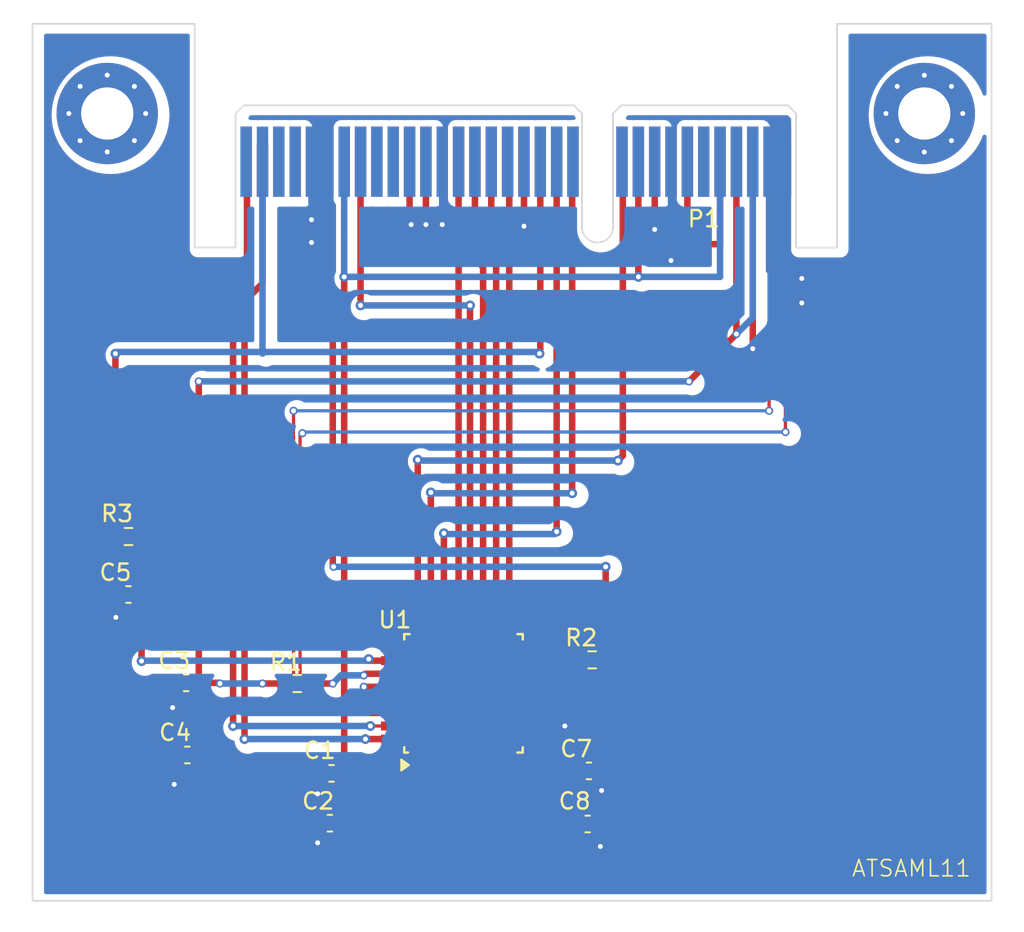
<source format=kicad_pcb>
(kicad_pcb (version 20240108) (generator "pcbnew") (generator_version "8.0")
  (layers (0 "F.Cu" signal) (31 "B.Cu" signal) (34 "B.Paste" user) (35 "F.Paste" user) (36 "B.SilkS" user "B.Silkscreen") (37 "F.SilkS" user "F.Silkscreen") (38 "B.Mask" user) (39 "F.Mask" user) (44 "Edge.Cuts" user))
  (net 0 "")
  (net 1 "GND")
  (net 2 "+3V3")
  (net 3 "/SHUNTH")
  (net 4 "Net-(U1-~{RESET})")
  (net 5 "/VDDCORE")
  (net 6 "Net-(P1-CLKOUT)")
  (net 7 "/XIN")
  (net 8 "/RST")
  (net 11 "/SWCLK")
  (net 12 "/GPIO4")
  (net 14 "/RX")
  (net 15 "/TX")
  (net 18 "/SWDIO")
  (net 21 "/GPIO3")
  (net 22 "/LED3")
  (net 27 "/LED1")
  (net 32 "/ENTRY")
  (net 33 "/LED2")
  (net 37 "+1V2")
  (footprint "Resistor_SMD:R_0603_1608Metric" (layer "F.Cu") (at 162.355 86.045 180)
    (property "Reference" "R1" (at 0.7 1.3 0) (layer "F.SilkS"))
    (property "Value" "22R_0603")
    (fp_line (start -0.237258 0.5225) (end 0.237258 0.5225) (stroke (width 0.12)) (layer "F.SilkS"))
    (fp_line (start -0.237258 -0.5225) (end 0.237258 -0.5225) (stroke (width 0.12)) (layer "F.SilkS"))
    (pad "1" smd roundrect (at -0.825 0 180) (size 0.8 0.95) (layers "F.Cu" "F.Paste" "F.Mask") (net 5 "/VDDCORE"))
    (pad "2" smd roundrect (at 0.825 0 180) (size 0.8 0.95) (layers "F.Cu" "F.Paste" "F.Mask") (net 3 "/SHUNTH"))
  )
  (footprint "Capacitor_SMD:C_0603_1608Metric" (layer "F.Cu") (at 155.63 90.42 180)
    (property "Reference" "C4" (at 0.75 1.375 360) (layer "F.SilkS"))
    (property "Value" "CAP_2u2_16V_0603")
    (fp_line (start -0.14058 0.51) (end 0.14058 0.51) (stroke (width 0.12)) (layer "F.SilkS"))
    (fp_line (start -0.14058 -0.51) (end 0.14058 -0.51) (stroke (width 0.12)) (layer "F.SilkS"))
    (pad "1" smd roundrect (at -0.775 0 180) (size 0.9 0.95) (layers "F.Cu" "F.Paste" "F.Mask") (net 3 "/SHUNTH"))
    (pad "2" smd roundrect (at 0.775 0 180) (size 0.9 0.95) (layers "F.Cu" "F.Paste" "F.Mask") (net 1 "GND"))
  )
  (footprint "Capacitor_SMD:C_0603_1608Metric" (layer "F.Cu") (at 164.455 91.545 180)
    (property "Reference" "C1" (at 0.725 1.4 0) (layer "F.SilkS"))
    (property "Value" "CAP_100n_50V_0603")
    (fp_line (start -0.14058 0.51) (end 0.14058 0.51) (stroke (width 0.12)) (layer "F.SilkS"))
    (fp_line (start -0.14058 -0.51) (end 0.14058 -0.51) (stroke (width 0.12)) (layer "F.SilkS"))
    (pad "1" smd roundrect (at -0.775 0 180) (size 0.9 0.95) (layers "F.Cu" "F.Paste" "F.Mask") (net 2 "+3V3"))
    (pad "2" smd roundrect (at 0.775 0 180) (size 0.9 0.95) (layers "F.Cu" "F.Paste" "F.Mask") (net 1 "GND"))
  )
  (footprint "Resistor_SMD:R_0603_1608Metric" (layer "F.Cu") (at 180.405 84.595 180)
    (property "Reference" "R2" (at 0.675 1.35 0) (layer "F.SilkS"))
    (property "Value" "22R_0603")
    (fp_line (start -0.237258 0.5225) (end 0.237258 0.5225) (stroke (width 0.12)) (layer "F.SilkS"))
    (fp_line (start -0.237258 -0.5225) (end 0.237258 -0.5225) (stroke (width 0.12)) (layer "F.SilkS"))
    (pad "1" smd roundrect (at -0.825 0 180) (size 0.8 0.95) (layers "F.Cu" "F.Paste" "F.Mask") (net 6 "Net-(P1-CLKOUT)"))
    (pad "2" smd roundrect (at 0.825 0 180) (size 0.8 0.95) (layers "F.Cu" "F.Paste" "F.Mask") (net 7 "/XIN"))
  )
  (footprint "Capacitor_SMD:C_0603_1608Metric" (layer "F.Cu") (at 180.13 94.645)
    (property "Reference" "C8" (at -0.8 -1.4 0) (layer "F.SilkS"))
    (property "Value" "CAP_2u2_16V_0603")
    (fp_line (start -0.14058 -0.51) (end 0.14058 -0.51) (stroke (width 0.12)) (layer "F.SilkS"))
    (fp_line (start -0.14058 0.51) (end 0.14058 0.51) (stroke (width 0.12)) (layer "F.SilkS"))
    (pad "1" smd roundrect (at -0.775 0) (size 0.9 0.95) (layers "F.Cu" "F.Paste" "F.Mask") (net 2 "+3V3"))
    (pad "2" smd roundrect (at 0.775 0) (size 0.9 0.95) (layers "F.Cu" "F.Paste" "F.Mask") (net 1 "GND"))
  )
  (footprint "Capacitor_SMD:C_0603_1608Metric" (layer "F.Cu") (at 152.03 80.595 180)
    (property "Reference" "C5" (at 0.8 1.35 0) (layer "F.SilkS"))
    (property "Value" "CAP_100n_50V_0603")
    (fp_line (start -0.14058 0.51) (end 0.14058 0.51) (stroke (width 0.12)) (layer "F.SilkS"))
    (fp_line (start -0.14058 -0.51) (end 0.14058 -0.51) (stroke (width 0.12)) (layer "F.SilkS"))
    (pad "1" smd roundrect (at -0.775 0 180) (size 0.9 0.95) (layers "F.Cu" "F.Paste" "F.Mask") (net 4 "Net-(U1-~{RESET})"))
    (pad "2" smd roundrect (at 0.775 0 180) (size 0.9 0.95) (layers "F.Cu" "F.Paste" "F.Mask") (net 1 "GND"))
  )
  (footprint "Capacitor_SMD:C_0603_1608Metric" (layer "F.Cu") (at 155.555 86 180)
    (property "Reference" "C3" (at 0.725 1.355 360) (layer "F.SilkS"))
    (property "Value" "CAP_100n_50V_0603")
    (fp_line (start -0.14058 0.51) (end 0.14058 0.51) (stroke (width 0.12)) (layer "F.SilkS"))
    (fp_line (start -0.14058 -0.51) (end 0.14058 -0.51) (stroke (width 0.12)) (layer "F.SilkS"))
    (pad "1" smd roundrect (at -0.775 0 180) (size 0.9 0.95) (layers "F.Cu" "F.Paste" "F.Mask") (net 3 "/SHUNTH"))
    (pad "2" smd roundrect (at 0.775 0 180) (size 0.9 0.95) (layers "F.Cu" "F.Paste" "F.Mask") (net 1 "GND"))
  )
  (footprint "tutorial_2_library:CW312_Template" (layer "F.Cu") (at 150.73 51.145)
    (property "Reference" "P1" (at 36.5 6.45 180) (layer "F.SilkS"))
    (property "Value" "PCIEx4 EDGE CONNECTOR")
    (fp_line (start -4.57 -5.49) (end -4.57 48.2) (stroke (width 0.1)) (layer "Edge.Cuts"))
    (fp_line (start 5.35 -5.49) (end -4.57 -5.49) (stroke (width 0.1)) (layer "Edge.Cuts"))
    (fp_line (start 5.35 8.2) (end 5.35 -5.49) (stroke (width 0.1)) (layer "Edge.Cuts"))
    (fp_line (start 7.85 0) (end 8.35 -0.5) (stroke (width 0.1)) (layer "Edge.Cuts"))
    (fp_line (start 7.85 8.2) (end 5.35 8.2) (stroke (width 0.1)) (layer "Edge.Cuts"))
    (fp_line (start 7.85 8.2) (end 7.85 0) (stroke (width 0.1)) (layer "Edge.Cuts"))
    (fp_line (start 28.55 -0.5) (end 8.35 -0.5) (stroke (width 0.1)) (layer "Edge.Cuts"))
    (fp_line (start 29.05 0) (end 28.55 -0.5) (stroke (width 0.1)) (layer "Edge.Cuts"))
    (fp_line (start 29.05 6.95) (end 29.05 0) (stroke (width 0.1)) (layer "Edge.Cuts"))
    (fp_line (start 30.95 0) (end 31.45 -0.5) (stroke (width 0.1)) (layer "Edge.Cuts"))
    (fp_line (start 30.95 6.95) (end 30.95 0) (stroke (width 0.1)) (layer "Edge.Cuts"))
    (fp_line (start 41.65 -0.5) (end 31.45 -0.5) (stroke (width 0.1)) (layer "Edge.Cuts"))
    (fp_line (start 42.15 0) (end 41.65 -0.5) (stroke (width 0.1)) (layer "Edge.Cuts"))
    (fp_line (start 42.15 8.21) (end 42.15 0) (stroke (width 0.1)) (layer "Edge.Cuts"))
    (fp_line (start 42.15 8.21) (end 44.66 8.21) (stroke (width 0.1)) (layer "Edge.Cuts"))
    (fp_line (start 44.66 -5.49) (end 54.11 -5.49) (stroke (width 0.1)) (layer "Edge.Cuts"))
    (fp_line (start 44.66 8.21) (end 44.66 -5.49) (stroke (width 0.1)) (layer "Edge.Cuts"))
    (fp_line (start 54.11 -5.49) (end 54.11 48.2) (stroke (width 0.1)) (layer "Edge.Cuts"))
    (fp_line (start 54.11 48.2) (end -4.57 48.2) (stroke (width 0.1)) (layer "Edge.Cuts"))
    (fp_arc (start 30.95 6.95) (mid 30 7.9) (end 29.05 6.95) (stroke (width 0.1)) (layer "Edge.Cuts"))
    (pad "A1" connect rect (at 41.5 3.5 180) (size 0.7 3.2) (layers "B.Cu" "B.Mask") (net 1 "GND"))
    (pad "A2" connect rect (at 40.5 2.95 180) (size 0.7 4.3) (layers "B.Cu" "B.Mask") (net 1 "GND"))
    (pad "A3" connect rect (at 39.5 2.95 180) (size 0.7 4.3) (layers "B.Cu" "B.Mask") (net 3 "/SHUNTH"))
    (pad "A4" connect rect (at 38.5 2.95 180) (size 0.7 4.3) (layers "B.Cu" "B.Mask"))
    (pad "A5" connect rect (at 37.5 2.95 180) (size 0.7 4.3) (layers "B.Cu" "B.Mask") (net 2 "+3V3"))
    (pad "A6" connect rect (at 36.5 2.95 180) (size 0.7 4.3) (layers "B.Cu" "B.Mask"))
    (pad "A7" connect rect (at 35.5 2.95 180) (size 0.7 4.3) (layers "B.Cu" "B.Mask"))
    (pad "A8" connect rect (at 34.5 2.95 180) (size 0.7 4.3) (layers "B.Cu" "B.Mask") (net 1 "GND"))
    (pad "A9" connect rect (at 33.5 2.95 180) (size 0.7 4.3) (layers "B.Cu" "B.Mask"))
    (pad "A10" connect rect (at 32.5 2.95 180) (size 0.7 4.3) (layers "B.Cu" "B.Mask"))
    (pad "A11" connect rect (at 31.5 2.95 180) (size 0.7 4.3) (layers "B.Cu" "B.Mask"))
    (pad "A12" connect rect (at 28.5 2.95 180) (size 0.7 4.3) (layers "B.Cu" "B.Mask"))
    (pad "A13" connect rect (at 27.5 2.95 180) (size 0.7 4.3) (layers "B.Cu" "B.Mask"))
    (pad "A14" connect rect (at 26.5 2.95 180) (size 0.7 4.3) (layers "B.Cu" "B.Mask"))
    (pad "A15" connect rect (at 25.5 2.95 180) (size 0.7 4.3) (layers "B.Cu" "B.Mask"))
    (pad "A16" connect rect (at 24.5 2.95 180) (size 0.7 4.3) (layers "B.Cu" "B.Mask"))
    (pad "A17" connect rect (at 23.5 2.95 180) (size 0.7 4.3) (layers "B.Cu" "B.Mask"))
    (pad "A18" connect rect (at 22.5 2.95 180) (size 0.7 4.3) (layers "B.Cu" "B.Mask"))
    (pad "A19" connect rect (at 21.5 2.95 180) (size 0.7 4.3) (layers "B.Cu" "B.Mask"))
    (pad "A20" connect rect (at 20.5 2.95 180) (size 0.7 4.3) (layers "B.Cu" "B.Mask") (net 1 "GND"))
    (pad "A21" connect rect (at 19.5 2.95 180) (size 0.7 4.3) (layers "B.Cu" "B.Mask"))
    (pad "A22" connect rect (at 18.5 2.95 180) (size 0.7 4.3) (layers "B.Cu" "B.Mask"))
    (pad "A23" connect rect (at 17.5 2.95 180) (size 0.7 4.3) (layers "B.Cu" "B.Mask"))
    (pad "A24" connect rect (at 16.5 2.95 180) (size 0.7 4.3) (layers "B.Cu" "B.Mask"))
    (pad "A25" connect rect (at 15.5 2.95 180) (size 0.7 4.3) (layers "B.Cu" "B.Mask"))
    (pad "A26" connect rect (at 14.5 2.95 180) (size 0.7 4.3) (layers "B.Cu" "B.Mask") (net 2 "+3V3"))
    (pad "A27" connect rect (at 13.5 2.95 180) (size 0.7 4.3) (layers "B.Cu" "B.Mask") (net 1 "GND"))
    (pad "A28" connect rect (at 12.5 2.95 180) (size 0.7 4.3) (layers "B.Cu" "B.Mask") (net 1 "GND"))
    (pad "A29" connect rect (at 11.5 2.95 180) (size 0.7 4.3) (layers "B.Cu" "B.Mask"))
    (pad "A30" connect rect (at 10.5 2.95 180) (size 0.7 4.3) (layers "B.Cu" "B.Mask"))
    (pad "A31" connect rect (at 9.5 2.95 180) (size 0.7 4.3) (layers "B.Cu" "B.Mask") (net 8 "/RST"))
    (pad "A32" connect rect (at 8.5 2.95 180) (size 0.7 4.3) (layers "B.Cu" "B.Mask"))
    (pad "B1" connect rect (at 41.5 2.95 180) (size 0.7 4.3) (layers "F.Cu" "F.Mask") (net 5 "/VDDCORE"))
    (pad "B2" connect rect (at 40.5 2.95 180) (size 0.7 4.3) (layers "F.Cu" "F.Mask") (net 3 "/SHUNTH"))
    (pad "B3" connect rect (at 39.5 2.95 180) (size 0.7 4.3) (layers "F.Cu" "F.Mask") (net 1 "GND"))
    (pad "B4" connect rect (at 38.5 2.95 180) (size 0.7 4.3) (layers "F.Cu" "F.Mask") (net 3 "/SHUNTH"))
    (pad "B5" connect rect (at 37.5 2.95 180) (size 0.7 4.3) (layers "F.Cu" "F.Mask") (net 37 "+1V2"))
    (pad "B6" connect rect (at 36.5 2.95 180) (size 0.7 4.3) (layers "F.Cu" "F.Mask"))
    (pad "B7" connect rect (at 35.5 2.95 180) (size 0.7 4.3) (layers "F.Cu" "F.Mask") (net 37 "+1V2"))
    (pad "B8" connect rect (at 34.5 2.95 180) (size 0.7 4.3) (layers "F.Cu" "F.Mask"))
    (pad "B9" connect rect (at 33.5 2.95 180) (size 0.7 4.3) (layers "F.Cu" "F.Mask") (net 1 "GND"))
    (pad "B10" connect rect (at 32.5 2.95 180) (size 0.7 4.3) (layers "F.Cu" "F.Mask") (net 2 "+3V3"))
    (pad "B11" connect rect (at 31.5 2.95 180) (size 0.7 4.3) (layers "F.Cu" "F.Mask") (net 27 "/LED1"))
    (pad "B12" connect rect (at 28.5 2.95 180) (size 0.7 4.3) (layers "F.Cu" "F.Mask") (net 33 "/LED2"))
    (pad "B13" connect rect (at 27.5 2.95 180) (size 0.7 4.3) (layers "F.Cu" "F.Mask") (net 22 "/LED3"))
    (pad "B14" connect rect (at 26.5 2.95 180) (size 0.7 4.3) (layers "F.Cu" "F.Mask") (net 8 "/RST"))
    (pad "B15" connect rect (at 25.5 2.95 180) (size 0.7 4.3) (layers "F.Cu" "F.Mask") (net 1 "GND"))
    (pad "B16" connect rect (at 24.5 2.95 180) (size 0.7 4.3) (layers "F.Cu" "F.Mask") (net 15 "/TX"))
    (pad "B17" connect rect (at 23.5 2.95 180) (size 0.7 4.3) (layers "F.Cu" "F.Mask") (net 14 "/RX"))
    (pad "B18" connect rect (at 22.5 2.95 180) (size 0.7 4.3) (layers "F.Cu" "F.Mask") (net 21 "/GPIO3"))
    (pad "B19" connect rect (at 21.5 2.95 180) (size 0.7 4.3) (layers "F.Cu" "F.Mask") (net 12 "/GPIO4"))
    (pad "B20" connect rect (at 20.5 2.95 180) (size 0.7 4.3) (layers "F.Cu" "F.Mask"))
    (pad "B21" connect rect (at 19.5 2.95 180) (size 0.7 4.3) (layers "F.Cu" "F.Mask") (net 1 "GND"))
    (pad "B22" connect rect (at 18.5 2.95 180) (size 0.7 4.3) (layers "F.Cu" "F.Mask") (net 1 "GND"))
    (pad "B23" connect rect (at 17.5 2.95 180) (size 0.7 4.3) (layers "F.Cu" "F.Mask"))
    (pad "B24" connect rect (at 16.5 2.95 180) (size 0.7 4.3) (layers "F.Cu" "F.Mask"))
    (pad "B25" connect rect (at 15.5 2.95 180) (size 0.7 4.3) (layers "F.Cu" "F.Mask") (net 32 "/ENTRY"))
    (pad "B26" connect rect (at 14.5 2.95 180) (size 0.7 4.3) (layers "F.Cu" "F.Mask"))
    (pad "B27" connect rect (at 13.5 2.95 180) (size 0.7 4.3) (layers "F.Cu" "F.Mask") (net 6 "Net-(P1-CLKOUT)"))
    (pad "B28" connect rect (at 12.5 2.95 180) (size 0.7 4.3) (layers "F.Cu" "F.Mask"))
    (pad "B29" connect rect (at 11.5 2.95 180) (size 0.7 4.3) (layers "F.Cu" "F.Mask"))
    (pad "B30" connect rect (at 10.5 2.95 180) (size 0.7 4.3) (layers "F.Cu" "F.Mask"))
    (pad "B31" connect rect (at 9.5 3.5 180) (size 0.7 3.2) (layers "F.Cu" "F.Mask") (net 18 "/SWDIO"))
    (pad "B32" connect rect (at 8.5 2.95 180) (size 0.7 4.3) (layers "F.Cu" "F.Mask") (net 11 "/SWCLK"))
    (pad "MH" thru_hole circle (at -2.35 0) (size 1 1) (drill 0.3) (layers "*.Cu" "*.Mask"))
    (pad "MH" thru_hole circle (at -1.66 -1.66) (size 1 1) (drill 0.3) (layers "*.Cu" "*.Mask"))
    (pad "MH" thru_hole circle (at -1.66 1.66) (size 1 1) (drill 0.3) (layers "*.Cu" "*.Mask"))
    (pad "MH" thru_hole circle (at 0 -2.35) (size 1 1) (drill 0.3) (layers "*.Cu" "*.Mask"))
    (pad "MH" thru_hole circle (at 0 0) (size 6.2 6.2) (drill 3.2) (layers "*.Cu" "*.Mask"))
    (pad "MH" thru_hole circle (at 0 2.35) (size 1 1) (drill 0.3) (layers "*.Cu" "*.Mask"))
    (pad "MH" thru_hole circle (at 1.66 -1.66) (size 1 1) (drill 0.3) (layers "*.Cu" "*.Mask"))
    (pad "MH" thru_hole circle (at 1.66 1.66) (size 1 1) (drill 0.3) (layers "*.Cu" "*.Mask"))
    (pad "MH" thru_hole circle (at 2.35 0) (size 1 1) (drill 0.3) (layers "*.Cu" "*.Mask"))
    (pad "MH" thru_hole circle (at 47.65 0) (size 1 1) (drill 0.3) (layers "*.Cu" "*.Mask" "Eco2.User"))
    (pad "MH" thru_hole circle (at 48.34 -1.66) (size 1 1) (drill 0.3) (layers "*.Cu" "*.Mask"))
    (pad "MH" thru_hole circle (at 48.34 1.66) (size 1 1) (drill 0.3) (layers "*.Cu" "*.Mask"))
    (pad "MH" thru_hole circle (at 50 -2.34) (size 1 1) (drill 0.3) (layers "*.Cu" "*.Mask"))
    (pad "MH" thru_hole circle (at 50 0) (size 6.2 6.2) (drill 3.2) (layers "*.Cu" "*.Mask"))
    (pad "MH" thru_hole circle (at 50 2.36) (size 1 1) (drill 0.3) (layers "*.Cu" "*.Mask"))
    (pad "MH" thru_hole circle (at 51.66 -1.66) (size 1 1) (drill 0.3) (layers "*.Cu" "*.Mask"))
    (pad "MH" thru_hole circle (at 51.66 1.66) (size 1 1) (drill 0.3) (layers "*.Cu" "*.Mask"))
    (pad "MH" thru_hole circle (at 52.35 0) (size 1 1) (drill 0.3) (layers "*.Cu" "*.Mask"))
  )
  (footprint "Capacitor_SMD:C_0603_1608Metric" (layer "F.Cu") (at 164.355 94.595 180)
    (property "Reference" "C2" (at 0.725 1.35 0) (layer "F.SilkS"))
    (property "Value" "CAP_2u2_16V_0603")
    (fp_line (start -0.14058 0.51) (end 0.14058 0.51) (stroke (width 0.12)) (layer "F.SilkS"))
    (fp_line (start -0.14058 -0.51) (end 0.14058 -0.51) (stroke (width 0.12)) (layer "F.SilkS"))
    (pad "1" smd roundrect (at -0.775 0 180) (size 0.9 0.95) (layers "F.Cu" "F.Paste" "F.Mask") (net 2 "+3V3"))
    (pad "2" smd roundrect (at 0.775 0 180) (size 0.9 0.95) (layers "F.Cu" "F.Paste" "F.Mask") (net 1 "GND"))
  )
  (footprint "Resistor_SMD:R_0603_1608Metric" (layer "F.Cu") (at 152.03 77.045 180)
    (property "Reference" "R3" (at 0.7 1.4 0) (layer "F.SilkS"))
    (property "Value" "22R_0603")
    (fp_line (start -0.237258 0.5225) (end 0.237258 0.5225) (stroke (width 0.12)) (layer "F.SilkS"))
    (fp_line (start -0.237258 -0.5225) (end 0.237258 -0.5225) (stroke (width 0.12)) (layer "F.SilkS"))
    (pad "1" smd roundrect (at -0.825 0 180) (size 0.8 0.95) (layers "F.Cu" "F.Paste" "F.Mask") (net 4 "Net-(U1-~{RESET})"))
    (pad "2" smd roundrect (at 0.825 0 180) (size 0.8 0.95) (layers "F.Cu" "F.Paste" "F.Mask") (net 8 "/RST"))
  )
  (footprint "Capacitor_SMD:C_0603_1608Metric" (layer "F.Cu") (at 180.205 91.395)
    (property "Reference" "C7" (at -0.775 -1.35 0) (layer "F.SilkS"))
    (property "Value" "CAP_100n_50V_0603")
    (fp_line (start -0.14058 -0.51) (end 0.14058 -0.51) (stroke (width 0.12)) (layer "F.SilkS"))
    (fp_line (start -0.14058 0.51) (end 0.14058 0.51) (stroke (width 0.12)) (layer "F.SilkS"))
    (pad "1" smd roundrect (at -0.775 0) (size 0.9 0.95) (layers "F.Cu" "F.Paste" "F.Mask") (net 2 "+3V3"))
    (pad "2" smd roundrect (at 0.775 0) (size 0.9 0.95) (layers "F.Cu" "F.Paste" "F.Mask") (net 1 "GND"))
  )
  (footprint "Package_QFP:TQFP-32_7x7mm_P0.8mm" (layer "F.Cu") (at 172.53 86.645 90)
    (property "Reference" "U1" (at 4.5 -4.2 180) (layer "F.SilkS"))
    (property "Value" "ATSMAL11E16A-AU")
    (fp_line (start 3.625 -3.625) (end 3.3 -3.625) (stroke (width 0.15)) (layer "F.SilkS"))
    (fp_line (start 3.625 -3.625) (end 3.625 -3.3) (stroke (width 0.15)) (layer "F.SilkS"))
    (fp_line (start -3.625 -3.625) (end -3.3 -3.625) (stroke (width 0.15)) (layer "F.SilkS"))
    (fp_line (start -3.625 -3.625) (end -3.625 -3.4) (stroke (width 0.15)) (layer "F.SilkS"))
    (fp_line (start 3.625 3.625) (end 3.625 3.3) (stroke (width 0.15)) (layer "F.SilkS"))
    (fp_line (start 3.625 3.625) (end 3.3 3.625) (stroke (width 0.15)) (layer "F.SilkS"))
    (fp_line (start -3.625 3.625) (end -3.625 3.3) (stroke (width 0.15)) (layer "F.SilkS"))
    (fp_line (start -3.625 3.625) (end -3.3 3.625) (stroke (width 0.15)) (layer "F.SilkS"))
    (fp_poly (pts (xy -4.39 -3.34) (xy -4.73 -3.81) (xy -4.05 -3.81) (xy -4.39 -3.34)) (stroke (width 0.12)) (fill solid) (layer "F.SilkS"))
    (pad "1" smd rect (at -4.25 -2.8 90) (size 1.6 0.55) (layers "F.Cu" "F.Paste" "F.Mask"))
    (pad "2" smd rect (at -4.25 -2 90) (size 1.6 0.55) (layers "F.Cu" "F.Paste" "F.Mask"))
    (pad "3" smd rect (at -4.25 -1.2 90) (size 1.6 0.55) (layers "F.Cu" "F.Paste" "F.Mask"))
    (pad "4" smd rect (at -4.25 -0.4 90) (size 1.6 0.55) (layers "F.Cu" "F.Paste" "F.Mask"))
    (pad "5" smd rect (at -4.25 0.4 90) (size 1.6 0.55) (layers "F.Cu" "F.Paste" "F.Mask"))
    (pad "6" smd rect (at -4.25 1.2 90) (size 1.6 0.55) (layers "F.Cu" "F.Paste" "F.Mask"))
    (pad "7" smd rect (at -4.25 2 90) (size 1.6 0.55) (layers "F.Cu" "F.Paste" "F.Mask"))
    (pad "8" smd rect (at -4.25 2.8 90) (size 1.6 0.55) (layers "F.Cu" "F.Paste" "F.Mask"))
    (pad "9" smd rect (at -2.8 4.25 180) (size 1.6 0.55) (layers "F.Cu" "F.Paste" "F.Mask") (net 2 "+3V3"))
    (pad "10" smd rect (at -2 4.25 180) (size 1.6 0.55) (layers "F.Cu" "F.Paste" "F.Mask") (net 1 "GND"))
    (pad "11" smd rect (at -1.2 4.25 180) (size 1.6 0.55) (layers "F.Cu" "F.Paste" "F.Mask"))
    (pad "12" smd rect (at -0.4 4.25 180) (size 1.6 0.55) (layers "F.Cu" "F.Paste" "F.Mask"))
    (pad "13" smd rect (at 0.4 4.25 180) (size 1.6 0.55) (layers "F.Cu" "F.Paste" "F.Mask"))
    (pad "14" smd rect (at 1.2 4.25 180) (size 1.6 0.55) (layers "F.Cu" "F.Paste" "F.Mask"))
    (pad "15" smd rect (at 2 4.25 180) (size 1.6 0.55) (layers "F.Cu" "F.Paste" "F.Mask") (net 7 "/XIN"))
    (pad "16" smd rect (at 2.8 4.25 180) (size 1.6 0.55) (layers "F.Cu" "F.Paste" "F.Mask"))
    (pad "17" smd rect (at 4.25 2.8 90) (size 1.6 0.55) (layers "F.Cu" "F.Paste" "F.Mask") (net 15 "/TX"))
    (pad "18" smd rect (at 4.25 2 90) (size 1.6 0.55) (layers "F.Cu" "F.Paste" "F.Mask") (net 14 "/RX"))
    (pad "19" smd rect (at 4.25 1.2 90) (size 1.6 0.55) (layers "F.Cu" "F.Paste" "F.Mask") (net 21 "/GPIO3"))
    (pad "20" smd rect (at 4.25 0.4 90) (size 1.6 0.55) (layers "F.Cu" "F.Paste" "F.Mask") (net 32 "/ENTRY"))
    (pad "21" smd rect (at 4.25 -0.4 90) (size 1.6 0.55) (layers "F.Cu" "F.Paste" "F.Mask") (net 12 "/GPIO4"))
    (pad "22" smd rect (at 4.25 -1.2 90) (size 1.6 0.55) (layers "F.Cu" "F.Paste" "F.Mask") (net 22 "/LED3"))
    (pad "23" smd rect (at 4.25 -2 90) (size 1.6 0.55) (layers "F.Cu" "F.Paste" "F.Mask") (net 33 "/LED2"))
    (pad "24" smd rect (at 4.25 -2.8 90) (size 1.6 0.55) (layers "F.Cu" "F.Paste" "F.Mask") (net 27 "/LED1"))
    (pad "25" smd rect (at 2.8 -4.25 180) (size 1.6 0.55) (layers "F.Cu" "F.Paste" "F.Mask"))
    (pad "26" smd rect (at 2 -4.25 180) (size 1.6 0.55) (layers "F.Cu" "F.Paste" "F.Mask") (net 4 "Net-(U1-~{RESET})"))
    (pad "27" smd rect (at 1.2 -4.25 180) (size 1.6 0.55) (layers "F.Cu" "F.Paste" "F.Mask") (net 5 "/VDDCORE"))
    (pad "28" smd rect (at 0.4 -4.25 180) (size 1.6 0.55) (layers "F.Cu" "F.Paste" "F.Mask") (net 1 "GND"))
    (pad "29" smd rect (at -0.4 -4.25 180) (size 1.6 0.55) (layers "F.Cu" "F.Paste" "F.Mask"))
    (pad "30" smd rect (at -1.2 -4.25 180) (size 1.6 0.55) (layers "F.Cu" "F.Paste" "F.Mask") (net 2 "+3V3"))
    (pad "31" smd rect (at -2 -4.25 180) (size 1.6 0.55) (layers "F.Cu" "F.Paste" "F.Mask") (net 11 "/SWCLK"))
    (pad "32" smd rect (at -2.8 -4.25 180) (size 1.6 0.55) (layers "F.Cu" "F.Paste" "F.Mask") (net 18 "/SWDIO"))
  )
  (gr_text "ATSAML11" (at 196.23 97.945 0) (layer "F.SilkS") (effects (font (size 1 1) (thickness 0.1)) (justify left bottom)))
  (segment (start 169.23 57.845) (end 169.33 57.945) (width 0.4) (layer "F.Cu") (net 1))
  (segment (start 190.23 54.095) (end 190.23 65.545) (width 0.4) (layer "F.Cu") (net 1))
  (segment (start 154.855 92.195) (end 154.83 92.22) (width 0.4) (layer "F.Cu") (net 1))
  (segment (start 154.855 90.42) (end 154.855 92.195) (width 0.4) (layer "F.Cu") (net 1))
  (segment (start 184.23 54.095) (end 184.23 58.245) (width 0.4) (layer "F.Cu") (net 1))
  (segment (start 163.58 94.595) (end 163.58 95.77) (width 0.2) (layer "F.Cu") (net 1))
  (segment (start 154.78 87.47) (end 154.73 87.52) (width 0.4) (layer "F.Cu") (net 1))
  (segment (start 163.68 92.72) (end 163.605 92.795) (width 0.2) (layer "F.Cu") (net 1))
  (segment (start 154.78 86) (end 154.78 87.47) (width 0.4) (layer "F.Cu") (net 1))
  (segment (start 163.58 95.77) (end 163.605 95.795) (width 0.2) (layer "F.Cu") (net 1))
  (segment (start 180.905 96.02) (end 180.905 94.645) (width 0.4) (layer "F.Cu") (net 1))
  (segment (start 163.68 91.545) (end 163.68 92.72) (width 0.2) (layer "F.Cu") (net 1))
  (segment (start 176.23 54.095) (end 176.23 58.045) (width 0.4) (layer "F.Cu") (net 1))
  (segment (start 170.23 54.095) (end 170.23 57.945) (width 0.4) (layer "F.Cu") (net 1))
  (segment (start 176.78 88.645) (end 178.73 88.645) (width 0.2) (layer "F.Cu") (net 1))
  (segment (start 168.28 86.245) (end 166.43 86.245) (width 0.4) (layer "F.Cu") (net 1))
  (segment (start 169.23 54.095) (end 169.23 57.845) (width 0.4) (layer "F.Cu") (net 1))
  (segment (start 180.98 91.395) (end 180.98 92.595) (width 0.4) (layer "F.Cu") (net 1))
  (segment (start 151.255 81.995) (end 151.255 80.595) (width 0.4) (layer "F.Cu") (net 1))
  (via (at 185.23 60.145) (size 0.6) (drill 0.3) (layers "F.Cu" "B.Cu") (net 1))
  (via (at 180.905 96.02) (size 0.6) (drill 0.3) (layers "F.Cu" "B.Cu") (net 1))
  (via (at 163.23 59.045) (size 0.6) (drill 0.3) (layers "F.Cu" "B.Cu") (net 1))
  (via (at 180.98 92.595) (size 0.6) (drill 0.3) (layers "F.Cu" "B.Cu") (net 1))
  (via (at 176.23 58.045) (size 0.5) (drill 0.3) (layers "F.Cu" "B.Cu") (net 1))
  (via (at 154.83 92.22) (size 0.5) (drill 0.3) (layers "F.Cu" "B.Cu") (net 1))
  (via (at 178.73 88.645) (size 0.6) (drill 0.3) (layers "F.Cu" "B.Cu") (net 1))
  (via (at 163.605 92.795) (size 0.6) (drill 0.3) (layers "F.Cu" "B.Cu") (net 1))
  (via (at 184.23 58.245) (size 0.6) (drill 0.3) (layers "F.Cu" "B.Cu") (net 1))
  (via (at 190.23 65.545) (size 0.6) (drill 0.3) (layers "F.Cu" "B.Cu") (net 1))
  (via (at 154.73 87.52) (size 0.5) (drill 0.3) (layers "F.Cu" "B.Cu") (net 1))
  (via (at 193.23 62.745) (size 0.6) (drill 0.3) (layers "F.Cu" "B.Cu") (net 1))
  (via (at 163.23 57.645) (size 0.6) (drill 0.3) (layers "F.Cu" "B.Cu") (net 1))
  (via (at 193.23 61.245) (size 0.6) (drill 0.3) (layers "F.Cu" "B.Cu") (net 1))
  (via (at 163.605 95.795) (size 0.6) (drill 0.3) (layers "F.Cu" "B.Cu") (net 1))
  (via (at 171.23 57.945) (size 0.6) (drill 0.3) (layers "F.Cu" "B.Cu") (net 1))
  (via (at 169.33 57.945) (size 0.5) (drill 0.3) (layers "F.Cu" "B.Cu") (net 1))
  (via (at 151.255 81.995) (size 0.6) (drill 0.3) (layers "F.Cu" "B.Cu") (net 1))
  (via (at 166.43 86.245) (size 0.5) (drill 0.3) (layers "F.Cu" "B.Cu") (net 1))
  (via (at 170.23 57.945) (size 0.5) (drill 0.3) (layers "F.Cu" "B.Cu") (net 1))
  (segment (start 163.23 54.095) (end 163.23 57.645) (width 0.4) (layer "B.Cu") (net 1))
  (segment (start 192.23 54.645) (end 192.23 60.245) (width 0.4) (layer "B.Cu") (net 1))
  (segment (start 191.23 54.095) (end 191.23 60.745) (width 0.4) (layer "B.Cu") (net 1))
  (segment (start 164.23 54.095) (end 164.23 58.045) (width 0.4) (layer "B.Cu") (net 1))
  (segment (start 164.23 58.045) (end 163.23 59.045) (width 0.4) (layer "B.Cu") (net 1))
  (segment (start 185.23 54.095) (end 185.23 60.145) (width 0.4) (layer "B.Cu") (net 1))
  (segment (start 171.23 54.095) (end 171.23 57.945) (width 0.4) (layer "B.Cu") (net 1))
  (segment (start 191.23 54.095) (end 191.205 54.12) (width 0.2) (layer "B.Cu") (net 1))
  (segment (start 192.23 60.245) (end 193.23 61.245) (width 0.4) (layer "B.Cu") (net 1))
  (segment (start 191.23 60.745) (end 193.23 62.745) (width 0.4) (layer "B.Cu") (net 1))
  (segment (start 165.33 87.845) (end 168.28 87.845) (width 0.4) (layer "F.Cu") (net 2))
  (segment (start 179.43 91.395) (end 179.43 94.57) (width 0.4) (layer "F.Cu") (net 2))
  (segment (start 183.23 54.095) (end 183.23 61.145) (width 0.4) (layer "F.Cu") (net 2))
  (segment (start 165.23 94.745) (end 165.28 94.795) (width 0.4) (layer "F.Cu") (net 2))
  (segment (start 176.78 89.445) (end 179.43 89.445) (width 0.4) (layer "F.Cu") (net 2))
  (segment (start 167.78 87.845) (end 167.73 87.895) (width 0.4) (layer "F.Cu") (net 2))
  (segment (start 165.28 94.795) (end 165.405 94.795) (width 0.4) (layer "F.Cu") (net 2))
  (segment (start 165.23 87.745) (end 165.33 87.845) (width 0.4) (layer "F.Cu") (net 2))
  (segment (start 165.23 87.745) (end 165.23 91.545) (width 0.4) (layer "F.Cu") (net 2))
  (segment (start 165.23 61.145) (end 165.23 87.745) (width 0.4) (layer "F.Cu") (net 2))
  (segment (start 165.23 91.545) (end 165.23 94.745) (width 0.4) (layer "F.Cu") (net 2))
  (segment (start 168.28 87.845) (end 167.78 87.845) (width 0.4) (layer "F.Cu") (net 2))
  (segment (start 165.13 94.595) (end 179.205 94.595) (width 0.4) (layer "F.Cu") (net 2))
  (segment (start 179.43 89.445) (end 179.43 91.395) (width 0.4) (layer "F.Cu") (net 2))
  (via (at 183.23 61.145) (size 0.6) (drill 0.3) (layers "F.Cu" "B.Cu") (net 2))
  (via (at 165.23 61.145) (size 0.6) (drill 0.3) (layers "F.Cu" "B.Cu") (net 2))
  (segment (start 165.23 61.145) (end 165.23 58.645) (width 0.4) (layer "B.Cu") (net 2))
  (segment (start 165.23 58.645) (end 165.23 54.095) (width 0.4) (layer "B.Cu") (net 2))
  (segment (start 183.23 61.145) (end 165.23 61.145) (width 0.4) (layer "B.Cu") (net 2))
  (segment (start 188.23 54.095) (end 188.23 61.145) (width 0.4) (layer "B.Cu") (net 2))
  (segment (start 188.23 61.145) (end 183.23 61.145) (width 0.4) (layer "B.Cu") (net 2))
  (segment (start 189.23 54.095) (end 189.23 64.645) (width 0.4) (layer "F.Cu") (net 3))
  (segment (start 191.23 54.095) (end 191.23 68.645) (width 0.2) (layer "F.Cu") (net 3))
  (segment (start 162.13 69.345) (end 162.13 70.479848) (width 0.2) (layer "F.Cu") (net 3))
  (segment (start 156.33 67.545) (end 156.33 86) (width 0.4) (layer "F.Cu") (net 3))
  (segment (start 156.33 90.345) (end 156.405 90.42) (width 0.4) (layer "F.Cu") (net 3))
  (segment (start 156.33 86) (end 156.33 90.345) (width 0.4) (layer "F.Cu") (net 3))
  (segment (start 162.119879 70.489969) (end 162.119879 70.945605) (width 0.2) (layer "F.Cu") (net 3))
  (segment (start 156.505 90.195) (end 156.455 90.245) (width 0.4) (layer "F.Cu") (net 3))
  (segment (start 156.33 86) (end 157.585 86) (width 0.4) (layer "F.Cu") (net 3))
  (segment (start 191.23 68.645) (end 191.23 69.345) (width 0.2) (layer "F.Cu") (net 3))
  (segment (start 157.63 86.045) (end 157.135 86.045) (width 0.2) (layer "F.Cu") (net 3))
  (segment (start 160.23 86.045) (end 161.53 86.045) (width 0.4) (layer "F.Cu") (net 3))
  (segment (start 186.33 67.545) (end 189.23 64.645) (width 0.4) (layer "F.Cu") (net 3))
  (segment (start 162.119879 70.945605) (end 162.13 70.955726) (width 0.2) (layer "F.Cu") (net 3))
  (segment (start 156.485 85.845) (end 156.33 86) (width 0.2) (layer "F.Cu") (net 3))
  (segment (start 162.13 70.479848) (end 162.119879 70.489969) (width 0.2) (layer "F.Cu") (net 3))
  (segment (start 156.355 86.025) (end 156.33 86) (width 0.4) (layer "F.Cu") (net 3))
  (segment (start 156.43 85.9) (end 156.33 86) (width 0.4) (layer "F.Cu") (net 3))
  (segment (start 162.13 70.955726) (end 162.13 86.045) (width 0.2) (layer "F.Cu") (net 3))
  (segment (start 156.405 90.42) (end 156.43 90.395) (width 0.2) (layer "F.Cu") (net 3))
  (segment (start 156.555 90.245) (end 156.455 90.345) (width 0.4) (layer "F.Cu") (net 3))
  (segment (start 162.13 86.045) (end 161.53 86.045) (width 0.2) (layer "F.Cu") (net 3))
  (segment (start 157.585 86) (end 157.63 86.045) (width 0.4) (layer "F.Cu") (net 3))
  (segment (start 156.285 85.955) (end 156.33 86) (width 0.4) (layer "F.Cu") (net 3))
  (segment (start 156.43 90.445) (end 156.405 90.42) (width 0.4) (layer "F.Cu") (net 3))
  (via (at 191.23 69.345) (size 0.5) (drill 0.3) (layers "F.Cu" "B.Cu") (net 3))
  (via (at 157.63 86.045) (size 0.5) (drill 0.3) (layers "F.Cu" "B.Cu") (net 3))
  (via (at 186.33 67.545) (size 0.5) (drill 0.3) (layers "F.Cu" "B.Cu") (net 3))
  (via (at 162.13 69.345) (size 0.5) (drill 0.3) (layers "F.Cu" "B.Cu") (net 3))
  (via (at 189.23 64.645) (size 0.5) (drill 0.3) (layers "F.Cu" "B.Cu") (net 3))
  (via (at 156.33 67.545) (size 0.5) (drill 0.3) (layers "F.Cu" "B.Cu") (net 3))
  (via (at 160.23 86.045) (size 0.5) (drill 0.3) (layers "F.Cu" "B.Cu") (net 3))
  (segment (start 189.23 64.645) (end 190.23 63.645) (width 0.4) (layer "B.Cu") (net 3))
  (segment (start 190.23 63.645) (end 190.23 54.095) (width 0.4) (layer "B.Cu") (net 3))
  (segment (start 186.33 67.545) (end 156.33 67.545) (width 0.4) (layer "B.Cu") (net 3))
  (segment (start 157.63 86.045) (end 160.23 86.045) (width 0.4) (layer "B.Cu") (net 3))
  (segment (start 191.23 69.345) (end 162.13 69.345) (width 0.2) (layer "B.Cu") (net 3))
  (segment (start 152.93 84.57) (end 152.83 84.67) (width 0.2) (layer "F.Cu") (net 4))
  (segment (start 166.73 84.544994) (end 166.83 84.644994) (width 0.4) (layer "F.Cu") (net 4))
  (segment (start 168.179994 84.544994) (end 168.28 84.645) (width 0.2) (layer "F.Cu") (net 4))
  (segment (start 152.805 80.595) (end 152.855 80.545) (width 0.2) (layer "F.Cu") (net 4))
  (segment (start 152.83 84.67) (end 152.83 80.595) (width 0.4) (layer "F.Cu") (net 4))
  (segment (start 152.855 80.545) (end 152.855 77.045) (width 0.4) (layer "F.Cu") (net 4))
  (segment (start 166.83 84.644994) (end 168.179994 84.644994) (width 0.4) (layer "F.Cu") (net 4))
  (via (at 166.73 84.544994) (size 0.6) (drill 0.3) (layers "F.Cu" "B.Cu") (net 4))
  (via (at 152.83 84.67) (size 0.6) (drill 0.3) (layers "F.Cu" "B.Cu") (net 4))
  (segment (start 166.629994 84.645) (end 166.73 84.544994) (width 0.4) (layer "B.Cu") (net 4))
  (segment (start 152.855 84.645) (end 166.629994 84.645) (width 0.4) (layer "B.Cu") (net 4))
  (segment (start 166.729994 84.545) (end 166.73 84.544994) (width 0.2) (layer "B.Cu") (net 4))
  (segment (start 152.83 84.67) (end 152.855 84.645) (width 0.4) (layer "B.Cu") (net 4))
  (segment (start 162.53 70.857666) (end 162.53 86.045) (width 0.2) (layer "F.Cu") (net 5))
  (segment (start 166.53 85.445) (end 166.43 85.545) (width 0.2) (layer "F.Cu") (net 5))
  (segment (start 168.179997 85.344997) (end 168.28 85.445) (width 0.2) (layer "F.Cu") (net 5))
  (segment (start 164.53 86.045) (end 163.105 86.045) (width 0.4) (layer "F.Cu") (net 5))
  (segment (start 162.669879 70.717787) (end 162.53 70.857666) (width 0.2) (layer "F.Cu") (net 5))
  (segment (start 192.23 69.845) (end 192.23 70.645) (width 0.2) (layer "F.Cu") (net 5))
  (segment (start 162.53 86.045) (end 163.18 86.045) (width 0.2) (layer "F.Cu") (net 5))
  (segment (start 168.28 85.445) (end 166.53 85.445) (width 0.4) (layer "F.Cu") (net 5))
  (segment (start 192.23 54.095) (end 192.23 69.845) (width 0.2) (layer "F.Cu") (net 5))
  (via (at 164.53 86.045) (size 0.5) (drill 0.3) (layers "F.Cu" "B.Cu") (net 5))
  (via (at 162.669879 70.717787) (size 0.5) (drill 0.3) (layers "F.Cu" "B.Cu") (net 5))
  (via (at 192.23 70.645) (size 0.5) (drill 0.3) (layers "F.Cu" "B.Cu") (net 5))
  (via (at 166.43 85.545) (size 0.5) (drill 0.3) (layers "F.Cu" "B.Cu") (net 5))
  (segment (start 165.03 85.545) (end 164.53 86.045) (width 0.4) (layer "B.Cu") (net 5))
  (segment (start 162.742666 70.645) (end 192.23 70.645) (width 0.2) (layer "B.Cu") (net 5))
  (segment (start 162.669879 70.717787) (end 162.742666 70.645) (width 0.2) (layer "B.Cu") (net 5))
  (segment (start 166.43 85.545) (end 165.03 85.545) (width 0.4) (layer "B.Cu") (net 5))
  (segment (start 164.53 78.845) (end 164.53 61.745) (width 0.4) (layer "F.Cu") (net 6))
  (segment (start 164.305 54.17) (end 164.23 54.095) (width 0.4) (layer "F.Cu") (net 6))
  (segment (start 164.58 78.895) (end 164.53 78.845) (width 0.4) (layer "F.Cu") (net 6))
  (segment (start 164.53 61.745) (end 164.23 61.445) (width 0.4) (layer "F.Cu") (net 6))
  (segment (start 181.23 78.895) (end 181.23 84.595) (width 0.4) (layer "F.Cu") (net 6))
  (segment (start 164.23 61.445) (end 164.23 54.095) (width 0.4) (layer "F.Cu") (net 6))
  (via (at 164.58 78.895) (size 0.5) (drill 0.3) (layers "F.Cu" "B.Cu") (net 6))
  (via (at 181.23 78.895) (size 0.6) (drill 0.3) (layers "F.Cu" "B.Cu") (net 6))
  (segment (start 164.58 78.895) (end 181.23 78.895) (width 0.4) (layer "B.Cu") (net 6))
  (segment (start 179.53 84.645) (end 179.58 84.595) (width 0.4) (layer "F.Cu") (net 7))
  (segment (start 176.78 84.645) (end 179.53 84.645) (width 0.4) (layer "F.Cu") (net 7))
  (segment (start 177.18 65.845) (end 177.23 65.795) (width 0.4) (layer "F.Cu") (net 8))
  (segment (start 177.23 65.795) (end 177.23 54.095) (width 0.4) (layer "F.Cu") (net 8))
  (segment (start 151.43 76.82) (end 151.205 77.045) (width 0.4) (layer "F.Cu") (net 8))
  (segment (start 151.23 65.845) (end 151.23 76.82) (width 0.4) (layer "F.Cu") (net 8))
  (via (at 151.23 65.845) (size 0.6) (drill 0.3) (layers "F.Cu" "B.Cu") (net 8))
  (via (at 177.18 65.845) (size 0.6) (drill 0.3) (layers "F.Cu" "B.Cu") (net 8))
  (segment (start 160.23 65.845) (end 160.23 54.095) (width 0.4) (layer "B.Cu") (net 8))
  (segment (start 151.33 65.745) (end 177.08 65.745) (width 0.4) (layer "B.Cu") (net 8))
  (segment (start 151.23 65.845) (end 151.33 65.745) (width 0.4) (layer "B.Cu") (net 8))
  (segment (start 177.08 65.745) (end 177.18 65.845) (width 0.4) (layer "B.Cu") (net 8))
  (segment (start 168.28 88.645) (end 166.83 88.645) (width 0.2) (layer "F.Cu") (net 11))
  (segment (start 159.28 61.095) (end 159.28 54.095) (width 0.4) (layer "F.Cu") (net 11))
  (segment (start 158.43 88.645) (end 158.43 61.945) (width 0.4) (layer "F.Cu") (net 11))
  (segment (start 158.43 61.945) (end 159.28 61.095) (width 0.4) (layer "F.Cu") (net 11))
  (via (at 158.43 88.645) (size 0.6) (drill 0.3) (layers "F.Cu" "B.Cu") (net 11))
  (via (at 166.83 88.645) (size 0.6) (drill 0.3) (layers "F.Cu" "B.Cu") (net 11))
  (segment (start 166.83 88.645) (end 158.43 88.645) (width 0.4) (layer "B.Cu") (net 11))
  (segment (start 158.43 88.645) (end 158.528529 88.743529) (width 0.2) (layer "B.Cu") (net 11))
  (segment (start 158.528529 88.743529) (end 163.23 88.743529) (width 0.2) (layer "B.Cu") (net 11))
  (segment (start 172.23 54.095) (end 172.23 82.295) (width 0.4) (layer "F.Cu") (net 12))
  (segment (start 172.23 82.295) (end 172.13 82.395) (width 0.2) (layer "F.Cu") (net 12))
  (segment (start 174.23 59.845) (end 174.23 54.095) (width 0.4) (layer "F.Cu") (net 14))
  (segment (start 174.53 60.145) (end 174.23 59.845) (width 0.4) (layer "F.Cu") (net 14))
  (segment (start 174.53 82.395) (end 174.53 60.145) (width 0.4) (layer "F.Cu") (net 14))
  (segment (start 175.33 54.195) (end 175.23 54.095) (width 0.2) (layer "F.Cu") (net 15))
  (segment (start 175.33 82.395) (end 175.33 54.195) (width 0.4) (layer "F.Cu") (net 15))
  (segment (start 159.13 89.445) (end 159.13 62.645) (width 0.4) (layer "F.Cu") (net 18))
  (segment (start 168.28 89.445) (end 166.53 89.445) (width 0.4) (layer "F.Cu") (net 18))
  (segment (start 160.23 61.545) (end 160.23 54.645) (width 0.4) (layer "F.Cu") (net 18))
  (segment (start 159.13 62.645) (end 160.23 61.545) (width 0.4) (layer "F.Cu") (net 18))
  (via (at 166.53 89.445) (size 0.6) (drill 0.3) (layers "F.Cu" "B.Cu") (net 18))
  (via (at 159.13 89.445) (size 0.6) (drill 0.3) (layers "F.Cu" "B.Cu") (net 18))
  (segment (start 159.13 89.445) (end 166.53 89.445) (width 0.4) (layer "B.Cu") (net 18))
  (segment (start 173.73 82.395) (end 173.73 60.545) (width 0.4) (layer "F.Cu") (net 21))
  (segment (start 173.73 60.545) (end 173.23 60.045) (width 0.4) (layer "F.Cu") (net 21))
  (segment (start 173.23 60.045) (end 173.23 54.095) (width 0.4) (layer "F.Cu") (net 21))
  (segment (start 171.33 82.395) (end 171.33 76.845) (width 0.4) (layer "F.Cu") (net 22))
  (segment (start 178.23 76.745) (end 178.23 54.095) (width 0.4) (layer "F.Cu") (net 22))
  (via (at 171.33 76.845) (size 0.6) (drill 0.3) (layers "F.Cu" "B.Cu") (net 22))
  (via (at 178.23 76.745) (size 0.6) (drill 0.3) (layers "F.Cu" "B.Cu") (net 22))
  (segment (start 178.23 76.745) (end 178.08 76.895) (width 0.4) (layer "B.Cu") (net 22))
  (segment (start 178.08 76.895) (end 171.38 76.895) (width 0.4) (layer "B.Cu") (net 22))
  (segment (start 171.38 76.895) (end 171.33 76.845) (width 0.4) (layer "B.Cu") (net 22))
  (segment (start 182.28 72.095) (end 182.28 54.095) (width 0.4) (layer "F.Cu") (net 27))
  (segment (start 169.73 72.345) (end 169.73 82.395) (width 0.4) (layer "F.Cu") (net 27))
  (segment (start 181.98 72.395) (end 182.28 72.095) (width 0.4) (layer "F.Cu") (net 27))
  (via (at 169.73 72.345) (size 0.6) (drill 0.3) (layers "F.Cu" "B.Cu") (net 27))
  (via (at 181.98 72.395) (size 0.6) (drill 0.3) (layers "F.Cu" "B.Cu") (net 27))
  (segment (start 169.73 72.345) (end 169.78 72.395) (width 0.4) (layer "B.Cu") (net 27))
  (segment (start 169.78 72.395) (end 181.98 72.395) (width 0.4) (layer "B.Cu") (net 27))
  (segment (start 172.93 82.395) (end 172.93 62.895) (width 0.4) (layer "F.Cu") (net 32))
  (segment (start 166.23 62.895) (end 166.23 54.095) (width 0.4) (layer "F.Cu") (net 32))
  (via (at 172.93 62.895) (size 0.6) (drill 0.3) (layers "F.Cu" "B.Cu") (net 32))
  (via (at 166.23 62.895) (size 0.6) (drill 0.3) (layers "F.Cu" "B.Cu") (net 32))
  (segment (start 172.93 62.895) (end 166.23 62.895) (width 0.4) (layer "B.Cu") (net 32))
  (segment (start 179.18 74.395) (end 179.18 54.095) (width 0.4) (layer "F.Cu") (net 33))
  (segment (start 179.18 74.395) (end 179.38 74.395) (width 0.2) (layer "F.Cu") (net 33))
  (segment (start 170.53 74.345) (end 170.53 82.395) (width 0.4) (layer "F.Cu") (net 33))
  (via (at 170.53 74.345) (size 0.6) (drill 0.3) (layers "F.Cu" "B.Cu") (net 33))
  (via (at 179.18 74.395) (size 0.6) (drill 0.3) (layers "F.Cu" "B.Cu") (net 33))
  (segment (start 170.58 74.395) (end 178.98 74.395) (width 0.4) (layer "B.Cu") (net 33))
  (segment (start 170.53 74.345) (end 170.58 74.395) (width 0.4) (layer "B.Cu") (net 33))
  (segment (start 186.23 54.095) (end 186.23 59.145) (width 0.4) (layer "F.Cu") (net 37))
  (segment (start 188.205 59.145) (end 188.23 59.12) (width 0.4) (layer "F.Cu") (net 37))
  (segment (start 186.23 59.145) (end 188.205 59.145) (width 0.4) (layer "F.Cu") (net 37))
  (segment (start 188.23 59.12) (end 188.23 54.095) (width 0.4) (layer "F.Cu") (net 37))
  (zone (net 1) (net_name "GND") (layer "B.Cu") (connect_pads yes (clearance 0.5)) (min_thickness 0.25) (fill yes (thermal_gap 0.5) (thermal_bridge_width 0.5))
    (polygon (pts (xy 206.83 100.645) (xy 206.83 44.195) (xy 144.53 44.195) (xy 144.53 99.845) (xy 145.93 101.245) (xy 206.23 101.245)))
  )
)
</source>
